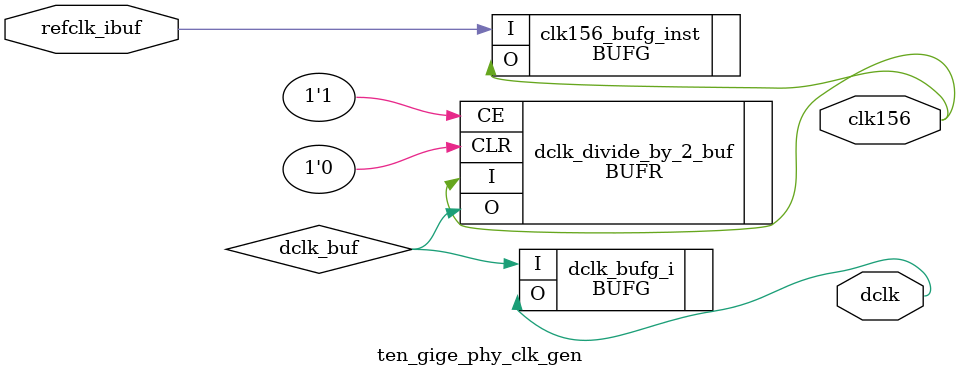
<source format=v>

module ten_gige_phy_clk_gen
(
   input refclk_ibuf,
   output clk156,
   output dclk
);

   wire dclk_buf;

   BUFG clk156_bufg_inst (
      .I (refclk_ibuf),
      .O (clk156)
   );

   // Dividing independent clock by 2 as source for DRP clock
   BUFR # (
      .BUFR_DIVIDE ("2")
   ) dclk_divide_by_2_buf (
      .I   (clk156),
      .O   (dclk_buf),
      .CE  (1'b1),
      .CLR (1'b0)
   );

   BUFG dclk_bufg_i (
      .I (dclk_buf),
      .O (dclk)
   );

endmodule




</source>
